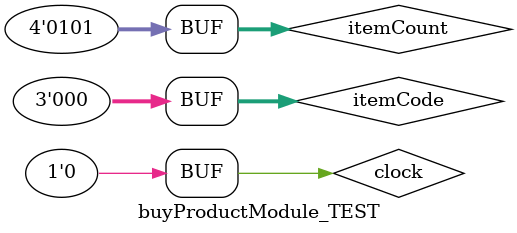
<source format=v>
`timescale 1ns / 1ps

module buyProductModule_TEST;

	// Inputs
	reg clock;
	reg [2:0] itemCode;
	reg [3:0] itemCount;

	// Outputs
	wire DP;

	// Instantiate the Unit Under Test (UUT)
	buyProductModule uut (
		.clock(clock), 
		.itemCode(itemCode), 
		.itemCount(itemCount), 
		.DP(DP)
	);

	initial begin
		// Initialize Inputs
		clock = 0;
		itemCode = 0;
		itemCount = 0;

		// Wait 100 ns for global reset to finish
		#100;
		itemCode=0;
		itemCount=5;
		#100;
		clock=1;
		#100;
		clock=0;

        
		// Add stimulus here

	end
      
endmodule


</source>
